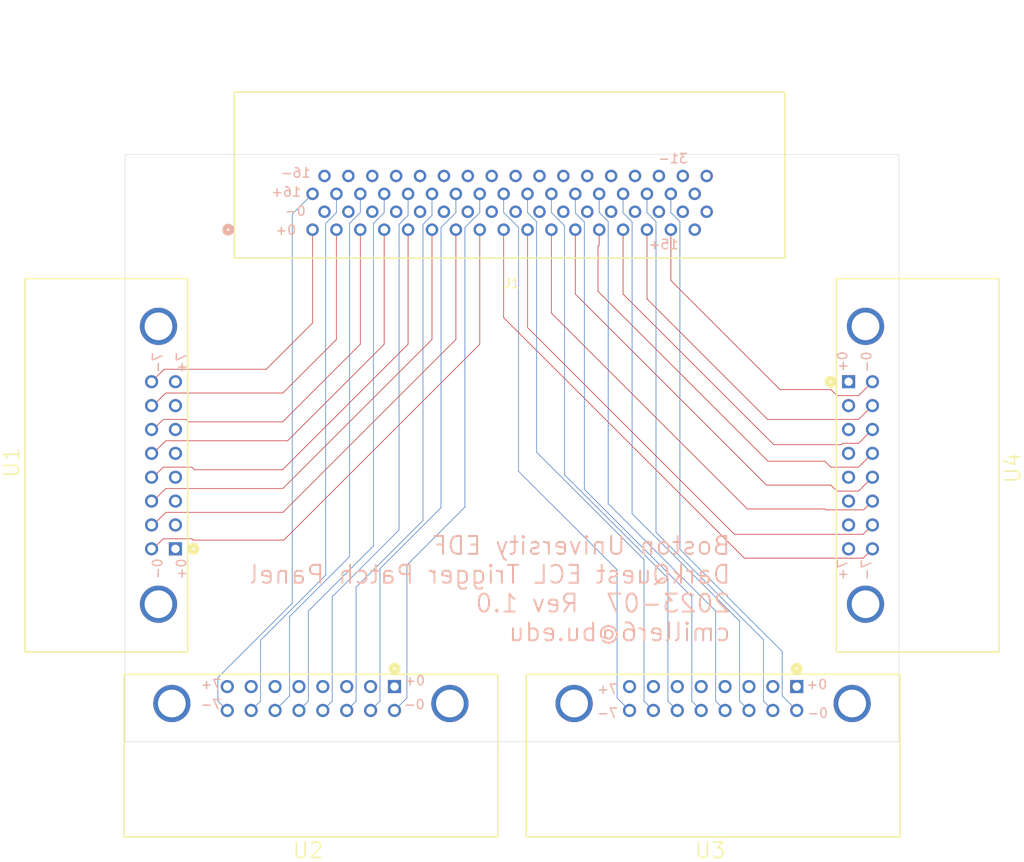
<source format=kicad_pcb>
(kicad_pcb (version 20221018) (generator pcbnew)
  (title_block (title "DarkQuest Discriminator-Trigger Patch Panel"))
  (layers (0 "F.Cu" signal) (1 "In1.Cu" signal) (2 "In2.Cu" signal) (31 "B.Cu" signal) (34 "B.Paste" user) (35 "F.Paste" user) (36 "B.SilkS" user "B.Silkscreen") (37 "F.SilkS" user "F.Silkscreen") (38 "B.Mask" user) (39 "F.Mask" user) (44 "Edge.Cuts" user))
  (net 0 "")
  (net 1 "/6-")
  (net 2 "/5-")
  (net 3 "/5+")
  (net 4 "/4-")
  (net 5 "/4+")
  (net 6 "/3-")
  (net 7 "/3+")
  (net 8 "/2-")
  (net 9 "/2+")
  (net 10 "/1-")
  (net 11 "/0-")
  (net 12 "/0+")
  (net 13 "/8+")
  (net 14 "/8-")
  (net 15 "/9+")
  (net 16 "/9-")
  (net 17 "/10+")
  (net 18 "/10-")
  (net 19 "/11+")
  (net 20 "/11-")
  (net 21 "/12+")
  (net 22 "/12-")
  (net 23 "/13+")
  (net 24 "/13-")
  (net 25 "/14+")
  (net 26 "/14-")
  (net 27 "/15+")
  (net 28 "/15-")
  (net 29 "/16+")
  (net 30 "/16-")
  (net 31 "/17+")
  (net 32 "/17-")
  (net 33 "/18+")
  (net 34 "/18-")
  (net 35 "/19+")
  (net 36 "/19-")
  (net 37 "/20+")
  (net 38 "/20-")
  (net 39 "/21+")
  (net 40 "/21-")
  (net 41 "/22+")
  (net 42 "/22-")
  (net 43 "/23+")
  (net 44 "/23-")
  (net 45 "/24+")
  (net 46 "/24-")
  (net 47 "/25+")
  (net 48 "/25-")
  (net 49 "/26+")
  (net 50 "/26-")
  (net 51 "/27+")
  (net 52 "/27-")
  (net 53 "/28+")
  (net 54 "/28-")
  (net 55 "/29+")
  (net 56 "/29-")
  (net 57 "/30+")
  (net 58 "/30-")
  (net 59 "/31+")
  (net 60 "/31-")
  (net 63 "/7+")
  (net 64 "/1+")
  (net 65 "/7-")
  (net 68 "/6+")
  (footprint "Connector:3M_N3408-5202RB" (layer "F.Cu") (at 61.7474 83.6168 90)
    (fp_text reference "U1" (at -8.590475 -14.893645 90) (layer "F.SilkS") (effects (font (size 1.641016 1.641016))))
    (fp_text value "N3408-5202RB")
    (fp_text user "0-" (at -19.8954 0.635229 90) (layer "B.SilkS") (effects (font (size 1.000362 1.000362)) (justify mirror)))
    (fp_text user "7+" (at 2.032 3.17973 90) (layer "B.SilkS") (effects (font (size 1.001488 1.001488)) (justify mirror)))
    (fp_text user "7-" (at 2.032 0.635224 90) (layer "B.SilkS") (effects (font (size 1.000354 1.000354)) (justify mirror)))
    (fp_text user "0+" (at -19.921 3.18024 90) (layer "B.SilkS") (effects (font (size 1.001654 1.001654)) (justify mirror)))
    (fp_line (start -28.7528 -13.462) (end -28.7528 3.8354) (stroke (width 0.1524)) (layer "F.SilkS"))
    (fp_line (start -28.7528 3.8354) (end 10.9728 3.8354) (stroke (width 0.1524)) (layer "F.SilkS"))
    (fp_line (start 10.9728 -13.462) (end -28.7528 -13.462) (stroke (width 0.1524)) (layer "F.SilkS"))
    (fp_line (start 10.9728 3.8354) (end 10.9728 -13.462) (stroke (width 0.1524)) (layer "F.SilkS"))
    (fp_arc (start -18.161 4.445) (mid -17.78 4.064) (end -17.399 4.445) (stroke (width 0.508)) (layer "F.SilkS"))
    (fp_arc (start -17.399 4.445) (mid -17.78 4.826) (end -18.161 4.445) (stroke (width 0.508)) (layer "F.SilkS"))
    (pad "1" thru_hole rect (at -17.78 2.54 90) (size 1.397 1.397) (drill 0.889) (layers "*.Cu" "*.Mask") (net 65 "/7-"))
    (pad "2" thru_hole circle (at -17.78 0 90) (size 1.397 1.397) (drill 0.889) (layers "*.Cu" "*.Mask") (net 63 "/7+"))
    (pad "3" thru_hole circle (at -15.24 2.54 90) (size 1.397 1.397) (drill 0.889) (layers "*.Cu" "*.Mask") (net 1 "/6-"))
    (pad "4" thru_hole circle (at -15.24 0 90) (size 1.397 1.397) (drill 0.889) (layers "*.Cu" "*.Mask") (net 68 "/6+"))
    (pad "5" thru_hole circle (at -12.7 2.54 90) (size 1.397 1.397) (drill 0.889) (layers "*.Cu" "*.Mask") (net 2 "/5-"))
    (pad "6" thru_hole circle (at -12.7 0 90) (size 1.397 1.397) (drill 0.889) (layers "*.Cu" "*.Mask") (net 3 "/5+"))
    (pad "7" thru_hole circle (at -10.16 2.54 90) (size 1.397 1.397) (drill 0.889) (layers "*.Cu" "*.Mask") (net 4 "/4-"))
    (pad "8" thru_hole circle (at -10.16 0 90) (size 1.397 1.397) (drill 0.889) (layers "*.Cu" "*.Mask") (net 5 "/4+"))
    (pad "9" thru_hole circle (at -7.62 2.54 90) (size 1.397 1.397) (drill 0.889) (layers "*.Cu" "*.Mask") (net 6 "/3-"))
    (pad "10" thru_hole circle (at -7.62 0 90) (size 1.397 1.397) (drill 0.889) (layers "*.Cu" "*.Mask") (net 7 "/3+"))
    (pad "11" thru_hole circle (at -5.08 2.54 90) (size 1.397 1.397) (drill 0.889) (layers "*.Cu" "*.Mask") (net 8 "/2-"))
    (pad "12" thru_hole circle (at -5.08 0 90) (size 1.397 1.397) (drill 0.889) (layers "*.Cu" "*.Mask") (net 9 "/2+"))
    (pad "13" thru_hole circle (at -2.54 2.54 90) (size 1.397 1.397) (drill 0.889) (layers "*.Cu" "*.Mask") (net 10 "/1-"))
    (pad "14" thru_hole circle (at -2.54 0 90) (size 1.397 1.397) (drill 0.889) (layers "*.Cu" "*.Mask") (net 64 "/1+"))
    (pad "15" thru_hole circle (at 0 2.54 90) (size 1.397 1.397) (drill 0.889) (layers "*.Cu" "*.Mask") (net 11 "/0-"))
    (pad "16" thru_hole circle (at 0 0 90) (size 1.397 1.397) (drill 0.889) (layers "*.Cu" "*.Mask") (net 12 "/0+"))
    (pad "17" thru_hole circle (at -23.6728 0.7366 90) (size 3.9624 3.9624) (drill 2.9464) (layers "*.Cu" "*.Mask"))
    (pad "18" thru_hole circle (at 5.8928 0.7366 90) (size 3.9624 3.9624) (drill 2.9464) (layers "*.Cu" "*.Mask"))
  )
  (footprint "Connector:3M_N3408-5202RB" (layer "F.Cu") (at 112.5728 118.5926 180)
    (fp_text reference "U3" (at -8.590475 -14.893645 180) (layer "F.SilkS") (effects (font (size 1.641016 1.641016))))
    (fp_text value "N3408-5202RB")
    (fp_text user "7-" (at 2.3368 -0.2794 180) (layer "B.SilkS") (effects (font (size 1.000354 1.000354)) (justify mirror)))
    (fp_text user "7+" (at 2.3368 2.2606 180) (layer "B.SilkS") (effects (font (size 1.001488 1.001488)) (justify mirror)))
    (fp_text user "0-" (at -20.0152 -0.2794 180) (layer "B.SilkS") (effects (font (size 1.000362 1.000362)) (justify mirror)))
    (fp_text user "0+" (at -19.921 2.7686 180) (layer "B.SilkS") (effects (font (size 1.001654 1.001654)) (justify mirror)))
    (fp_line (start -28.7528 -13.462) (end -28.7528 3.8354) (stroke (width 0.1524)) (layer "F.SilkS"))
    (fp_line (start -28.7528 3.8354) (end 10.9728 3.8354) (stroke (width 0.1524)) (layer "F.SilkS"))
    (fp_line (start 10.9728 -13.462) (end -28.7528 -13.462) (stroke (width 0.1524)) (layer "F.SilkS"))
    (fp_line (start 10.9728 3.8354) (end 10.9728 -13.462) (stroke (width 0.1524)) (layer "F.SilkS"))
    (fp_arc (start -18.161 4.445) (mid -17.78 4.064) (end -17.399 4.445) (stroke (width 0.508)) (layer "F.SilkS"))
    (fp_arc (start -17.399 4.445) (mid -17.78 4.826) (end -18.161 4.445) (stroke (width 0.508)) (layer "F.SilkS"))
    (pad "1" thru_hole rect (at -17.78 2.54 180) (size 1.397 1.397) (drill 0.889) (layers "*.Cu" "*.Mask") (net 60 "/31-"))
    (pad "2" thru_hole circle (at -17.78 0 180) (size 1.397 1.397) (drill 0.889) (layers "*.Cu" "*.Mask") (net 59 "/31+"))
    (pad "3" thru_hole circle (at -15.24 2.54 180) (size 1.397 1.397) (drill 0.889) (layers "*.Cu" "*.Mask") (net 58 "/30-"))
    (pad "4" thru_hole circle (at -15.24 0 180) (size 1.397 1.397) (drill 0.889) (layers "*.Cu" "*.Mask") (net 57 "/30+"))
    (pad "5" thru_hole circle (at -12.7 2.54 180) (size 1.397 1.397) (drill 0.889) (layers "*.Cu" "*.Mask") (net 56 "/29-"))
    (pad "6" thru_hole circle (at -12.7 0 180) (size 1.397 1.397) (drill 0.889) (layers "*.Cu" "*.Mask") (net 55 "/29+"))
    (pad "7" thru_hole circle (at -10.16 2.54 180) (size 1.397 1.397) (drill 0.889) (layers "*.Cu" "*.Mask") (net 54 "/28-"))
    (pad "8" thru_hole circle (at -10.16 0 180) (size 1.397 1.397) (drill 0.889) (layers "*.Cu" "*.Mask") (net 53 "/28+"))
    (pad "9" thru_hole circle (at -7.62 2.54 180) (size 1.397 1.397) (drill 0.889) (layers "*.Cu" "*.Mask") (net 52 "/27-"))
    (pad "10" thru_hole circle (at -7.62 0 180) (size 1.397 1.397) (drill 0.889) (layers "*.Cu" "*.Mask") (net 51 "/27+"))
    (pad "11" thru_hole circle (at -5.08 2.54 180) (size 1.397 1.397) (drill 0.889) (layers "*.Cu" "*.Mask") (net 50 "/26-"))
    (pad "12" thru_hole circle (at -5.08 0 180) (size 1.397 1.397) (drill 0.889) (layers "*.Cu" "*.Mask") (net 49 "/26+"))
    (pad "13" thru_hole circle (at -2.54 2.54 180) (size 1.397 1.397) (drill 0.889) (layers "*.Cu" "*.Mask") (net 48 "/25-"))
    (pad "14" thru_hole circle (at -2.54 0 180) (size 1.397 1.397) (drill 0.889) (layers "*.Cu" "*.Mask") (net 47 "/25+"))
    (pad "15" thru_hole circle (at 0 2.54 180) (size 1.397 1.397) (drill 0.889) (layers "*.Cu" "*.Mask") (net 46 "/24-"))
    (pad "16" thru_hole circle (at 0 0 180) (size 1.397 1.397) (drill 0.889) (layers "*.Cu" "*.Mask") (net 45 "/24+"))
    (pad "17" thru_hole circle (at -23.6728 0.7366 180) (size 3.9624 3.9624) (drill 2.9464) (layers "*.Cu" "*.Mask"))
    (pad "18" thru_hole circle (at 5.8928 0.7366 180) (size 3.9624 3.9624) (drill 2.9464) (layers "*.Cu" "*.Mask"))
  )
  (footprint "Connector:3M_N3408-5202RB" (layer "F.Cu") (at 138.4046 101.3968 -90)
    (fp_text reference "U4" (at -8.590475 -14.893645 90) (layer "F.SilkS") (effects (font (size 1.641016 1.641016))))
    (fp_text value "N3408-5202RB")
    (fp_text user "7+" (at 2.2352 3.17973 -270) (layer "B.SilkS") (effects (font (size 1.001488 1.001488)) (justify mirror)))
    (fp_text user "0+" (at -19.921 3.18024 -270) (layer "B.SilkS") (effects (font (size 1.001654 1.001654)) (justify mirror)))
    (fp_text user "0-" (at -19.8954 0.635229 -270) (layer "B.SilkS") (effects (font (size 1.000362 1.000362)) (justify mirror)))
    (fp_text user "7-" (at 2.2352 0.635224 -270) (layer "B.SilkS") (effects (font (size 1.000354 1.000354)) (justify mirror)))
    (fp_line (start -28.7528 -13.462) (end -28.7528 3.8354) (stroke (width 0.1524)) (layer "F.SilkS"))
    (fp_line (start -28.7528 3.8354) (end 10.9728 3.8354) (stroke (width 0.1524)) (layer "F.SilkS"))
    (fp_line (start 10.9728 -13.462) (end -28.7528 -13.462) (stroke (width 0.1524)) (layer "F.SilkS"))
    (fp_line (start 10.9728 3.8354) (end 10.9728 -13.462) (stroke (width 0.1524)) (layer "F.SilkS"))
    (fp_arc (start -18.161 4.445) (mid -17.78 4.064) (end -17.399 4.445) (stroke (width 0.508)) (layer "F.SilkS"))
    (fp_arc (start -17.399 4.445) (mid -17.78 4.826) (end -18.161 4.445) (stroke (width 0.508)) (layer "F.SilkS"))
    (pad "1" thru_hole rect (at -17.78 2.54 270) (size 1.397 1.397) (drill 0.889) (layers "*.Cu" "*.Mask") (net 28 "/15-"))
    (pad "2" thru_hole circle (at -17.78 0 270) (size 1.397 1.397) (drill 0.889) (layers "*.Cu" "*.Mask") (net 27 "/15+"))
    (pad "3" thru_hole circle (at -15.24 2.54 270) (size 1.397 1.397) (drill 0.889) (layers "*.Cu" "*.Mask") (net 26 "/14-"))
    (pad "4" thru_hole circle (at -15.24 0 270) (size 1.397 1.397) (drill 0.889) (layers "*.Cu" "*.Mask") (net 25 "/14+"))
    (pad "5" thru_hole circle (at -12.7 2.54 270) (size 1.397 1.397) (drill 0.889) (layers "*.Cu" "*.Mask") (net 24 "/13-"))
    (pad "6" thru_hole circle (at -12.7 0 270) (size 1.397 1.397) (drill 0.889) (layers "*.Cu" "*.Mask") (net 23 "/13+"))
    (pad "7" thru_hole circle (at -10.16 2.54 270) (size 1.397 1.397) (drill 0.889) (layers "*.Cu" "*.Mask") (net 22 "/12-"))
    (pad "8" thru_hole circle (at -10.16 0 270) (size 1.397 1.397) (drill 0.889) (layers "*.Cu" "*.Mask") (net 21 "/12+"))
    (pad "9" thru_hole circle (at -7.62 2.54 270) (size 1.397 1.397) (drill 0.889) (layers "*.Cu" "*.Mask") (net 20 "/11-"))
    (pad "10" thru_hole circle (at -7.62 0 270) (size 1.397 1.397) (drill 0.889) (layers "*.Cu" "*.Mask") (net 19 "/11+"))
    (pad "11" thru_hole circle (at -5.08 2.54 270) (size 1.397 1.397) (drill 0.889) (layers "*.Cu" "*.Mask") (net 18 "/10-"))
    (pad "12" thru_hole circle (at -5.08 0 270) (size 1.397 1.397) (drill 0.889) (layers "*.Cu" "*.Mask") (net 17 "/10+"))
    (pad "13" thru_hole circle (at -2.54 2.54 270) (size 1.397 1.397) (drill 0.889) (layers "*.Cu" "*.Mask") (net 16 "/9-"))
    (pad "14" thru_hole circle (at -2.54 0 270) (size 1.397 1.397) (drill 0.889) (layers "*.Cu" "*.Mask") (net 15 "/9+"))
    (pad "15" thru_hole circle (at 0 2.54 270) (size 1.397 1.397) (drill 0.889) (layers "*.Cu" "*.Mask") (net 14 "/8-"))
    (pad "16" thru_hole circle (at 0 0 270) (size 1.397 1.397) (drill 0.889) (layers "*.Cu" "*.Mask") (net 13 "/8+"))
    (pad "17" thru_hole circle (at -23.6728 0.7366 270) (size 3.9624 3.9624) (drill 2.9464) (layers "*.Cu" "*.Mask"))
    (pad "18" thru_hole circle (at 5.8928 0.7366 270) (size 3.9624 3.9624) (drill 2.9464) (layers "*.Cu" "*.Mask"))
  )
  (footprint "Connector:CONN_P50E-068P1-SR1-EA_3MM" (layer "F.Cu") (at 78.867 67.437)
    (fp_text reference "J1" (at 21.209 5.715 unlocked) (layer "F.SilkS"))
    (fp_text value "P50E-068P1-SR1-EA")
    (fp_circle (center -8.961996 0) (end -8.580996 0) (stroke (width 0.508)) (fill none) (layer "B.SilkS"))
    (fp_line (start -8.326983 -14.632) (end -8.326983 3.021) (stroke (width 0.1524)) (layer "F.SilkS"))
    (fp_line (start -8.326983 3.021) (end 50.236983 3.021) (stroke (width 0.1524)) (layer "F.SilkS"))
    (fp_line (start 50.236983 -14.632) (end -8.326983 -14.632) (stroke (width 0.1524)) (layer "F.SilkS"))
    (fp_line (start 50.236983 3.021) (end 50.236983 -14.632) (stroke (width 0.1524)) (layer "F.SilkS"))
    (fp_circle (center -8.961996 0) (end -8.580996 0) (stroke (width 0.508)) (fill none) (layer "F.SilkS"))
    (pad "" np_thru_hole circle (at -5.715 -1.905) (size 2.3114 2.3114) (drill 2.3114) (layers "F&B.Cu" "*.Mask"))
    (pad "" np_thru_hole circle (at 47.625 -1.905) (size 2.3114 2.3114) (drill 2.3114) (layers "*.Cu" "*.Mask"))
    (pad "1" thru_hole circle (at 0 0) (size 1.3208 1.3208) (drill 0.8128) (layers "*.Cu" "*.Mask") (net 12 "/0+"))
    (pad "2" thru_hole circle (at 0 -3.81) (size 1.3208 1.3208) (drill 0.8128) (layers "*.Cu" "*.Mask") (net 29 "/16+"))
    (pad "3" thru_hole circle (at 1.27 -1.905) (size 1.3208 1.3208) (drill 0.8128) (layers "*.Cu" "*.Mask") (net 11 "/0-"))
    (pad "4" thru_hole circle (at 1.27 -5.715) (size 1.3208 1.3208) (drill 0.8128) (layers "*.Cu" "*.Mask") (net 30 "/16-"))
    (pad "5" thru_hole circle (at 2.54 0) (size 1.3208 1.3208) (drill 0.8128) (layers "*.Cu" "*.Mask") (net 64 "/1+"))
    (pad "6" thru_hole circle (at 2.54 -3.81) (size 1.3208 1.3208) (drill 0.8128) (layers "*.Cu" "*.Mask") (net 31 "/17+"))
    (pad "7" thru_hole circle (at 3.81 -1.905) (size 1.3208 1.3208) (drill 0.8128) (layers "*.Cu" "*.Mask") (net 10 "/1-"))
    (pad "8" thru_hole circle (at 3.81 -5.715) (size 1.3208 1.3208) (drill 0.8128) (layers "*.Cu" "*.Mask") (net 32 "/17-"))
    (pad "9" thru_hole circle (at 5.08 0) (size 1.3208 1.3208) (drill 0.8128) (layers "*.Cu" "*.Mask") (net 9 "/2+"))
    (pad "10" thru_hole circle (at 5.08 -3.81) (size 1.3208 1.3208) (drill 0.8128) (layers "*.Cu" "*.Mask") (net 33 "/18+"))
    (pad "11" thru_hole circle (at 6.35 -1.905) (size 1.3208 1.3208) (drill 0.8128) (layers "*.Cu" "*.Mask") (net 8 "/2-"))
    (pad "12" thru_hole circle (at 6.35 -5.715) (size 1.3208 1.3208) (drill 0.8128) (layers "*.Cu" "*.Mask") (net 34 "/18-"))
    (pad "13" thru_hole circle (at 7.62 0) (size 1.3208 1.3208) (drill 0.8128) (layers "*.Cu" "*.Mask") (net 7 "/3+"))
    (pad "14" thru_hole circle (at 7.62 -3.81) (size 1.3208 1.3208) (drill 0.8128) (layers "*.Cu" "*.Mask") (net 35 "/19+"))
    (pad "15" thru_hole circle (at 8.89 -1.905) (size 1.3208 1.3208) (drill 0.8128) (layers "*.Cu" "*.Mask") (net 6 "/3-"))
    (pad "16" thru_hole circle (at 8.89 -5.715) (size 1.3208 1.3208) (drill 0.8128) (layers "*.Cu" "*.Mask") (net 36 "/19-"))
    (pad "17" thru_hole circle (at 10.16 0) (size 1.3208 1.3208) (drill 0.8128) (layers "*.Cu" "*.Mask") (net 5 "/4+"))
    (pad "18" thru_hole circle (at 10.16 -3.81) (size 1.3208 1.3208) (drill 0.8128) (layers "*.Cu" "*.Mask") (net 37 "/20+"))
    (pad "19" thru_hole circle (at 11.43 -1.905) (size 1.3208 1.3208) (drill 0.8128) (layers "*.Cu" "*.Mask") (net 4 "/4-"))
    (pad "20" thru_hole circle (at 11.43 -5.715) (size 1.3208 1.3208) (drill 0.8128) (layers "*.Cu" "*.Mask") (net 38 "/20-"))
    (pad "21" thru_hole circle (at 12.7 0) (size 1.3208 1.3208) (drill 0.8128) (layers "*.Cu" "*.Mask") (net 3 "/5+"))
    (pad "22" thru_hole circle (at 12.7 -3.81) (size 1.3208 1.3208) (drill 0.8128) (layers "*.Cu" "*.Mask") (net 39 "/21+"))
    (pad "23" thru_hole circle (at 13.97 -1.905) (size 1.3208 1.3208) (drill 0.8128) (layers "*.Cu" "*.Mask") (net 2 "/5-"))
    (pad "24" thru_hole circle (at 13.97 -5.715) (size 1.3208 1.3208) (drill 0.8128) (layers "*.Cu" "*.Mask") (net 40 "/21-"))
    (pad "25" thru_hole circle (at 15.24 0) (size 1.3208 1.3208) (drill 0.8128) (layers "*.Cu" "*.Mask") (net 68 "/6+"))
    (pad "26" thru_hole circle (at 15.24 -3.81) (size 1.3208 1.3208) (drill 0.8128) (layers "*.Cu" "*.Mask") (net 41 "/22+"))
    (pad "27" thru_hole circle (at 16.51 -1.905) (size 1.3208 1.3208) (drill 0.8128) (layers "*.Cu" "*.Mask") (net 1 "/6-"))
    (pad "28" thru_hole circle (at 16.51 -5.715) (size 1.3208 1.3208) (drill 0.8128) (layers "*.Cu" "*.Mask") (net 42 "/22-"))
    (pad "29" thru_hole circle (at 17.78 0) (size 1.3208 1.3208) (drill 0.8128) (layers "*.Cu" "*.Mask") (net 63 "/7+"))
    (pad "30" thru_hole circle (at 17.78 -3.81) (size 1.3208 1.3208) (drill 0.8128) (layers "*.Cu" "*.Mask") (net 43 "/23+"))
    (pad "31" thru_hole circle (at 19.05 -1.905) (size 1.3208 1.3208) (drill 0.8128) (layers "*.Cu" "*.Mask") (net 65 "/7-"))
    (pad "32" thru_hole circle (at 19.05 -5.715) (size 1.3208 1.3208) (drill 0.8128) (layers "*.Cu" "*.Mask") (net 44 "/23-"))
    (pad "33" thru_hole circle (at 20.32 0) (size 1.3208 1.3208) (drill 0.8128) (layers "*.Cu" "*.Mask") (net 13 "/8+"))
    (pad "34" thru_hole circle (at 20.32 -3.81) (size 1.3208 1.3208) (drill 0.8128) (layers "*.Cu" "*.Mask") (net 45 "/24+"))
    (pad "35" thru_hole circle (at 21.59 -1.905) (size 1.3208 1.3208) (drill 0.8128) (layers "*.Cu" "*.Mask") (net 14 "/8-"))
    (pad "36" thru_hole circle (at 21.59 -5.715) (size 1.3208 1.3208) (drill 0.8128) (layers "*.Cu" "*.Mask") (net 46 "/24-"))
    (pad "37" thru_hole circle (at 22.86 0) (size 1.3208 1.3208) (drill 0.8128) (layers "*.Cu" "*.Mask") (net 15 "/9+"))
    (pad "38" thru_hole circle (at 22.86 -3.81) (size 1.3208 1.3208) (drill 0.8128) (layers "*.Cu" "*.Mask") (net 47 "/25+"))
    (pad "39" thru_hole circle (at 24.13 -1.905) (size 1.3208 1.3208) (drill 0.8128) (layers "*.Cu" "*.Mask") (net 16 "/9-"))
    (pad "40" thru_hole circle (at 24.13 -5.715) (size 1.3208 1.3208) (drill 0.8128) (layers "*.Cu" "*.Mask") (net 48 "/25-"))
    (pad "41" thru_hole circle (at 25.4 0) (size 1.3208 1.3208) (drill 0.8128) (layers "*.Cu" "*.Mask") (net 17 "/10+"))
    (pad "42" thru_hole circle (at 25.4 -3.81) (size 1.3208 1.3208) (drill 0.8128) (layers "*.Cu" "*.Mask") (net 49 "/26+"))
    (pad "43" thru_hole circle (at 26.67 -1.905) (size 1.3208 1.3208) (drill 0.8128) (layers "*.Cu" "*.Mask") (net 18 "/10-"))
    (pad "44" thru_hole circle (at 26.67 -5.715) (size 1.3208 1.3208) (drill 0.8128) (layers "*.Cu" "*.Mask") (net 50 "/26-"))
    (pad "45" thru_hole circle (at 27.94 0) (size 1.3208 1.3208) (drill 0.8128) (layers "*.Cu" "*.Mask") (net 19 "/11+"))
    (pad "46" thru_hole circle (at 27.94 -3.81) (size 1.3208 1.3208) (drill 0.8128) (layers "*.Cu" "*.Mask") (net 51 "/27+"))
    (pad "47" thru_hole circle (at 29.21 -1.905) (size 1.3208 1.3208) (drill 0.8128) (layers "*.Cu" "*.Mask") (net 20 "/11-"))
    (pad "48" thru_hole circle (at 29.21 -5.715) (size 1.3208 1.3208) (drill 0.8128) (layers "*.Cu" "*.Mask") (net 52 "/27-"))
    (pad "49" thru_hole circle (at 30.48 0) (size 1.3208 1.3208) (drill 0.8128) (layers "*.Cu" "*.Mask") (net 21 "/12+"))
    (pad "50" thru_hole circle (at 30.48 -3.81) (size 1.3208 1.3208) (drill 0.8128) (layers "*.Cu" "*.Mask") (net 53 "/28+"))
    (pad "51" thru_hole circle (at 31.75 -1.905) (size 1.3208 1.3208) (drill 0.8128) (layers "*.Cu" "*.Mask") (net 22 "/12-"))
    (pad "52" thru_hole circle (at 31.75 -5.715) (size 1.3208 1.3208) (drill 0.8128) (layers "*.Cu" "*.Mask") (net 54 "/28-"))
    (pad "53" thru_hole circle (at 33.02 0) (size 1.3208 1.3208) (drill 0.8128) (layers "*.Cu" "*.Mask") (net 23 "/13+"))
    (pad "54" thru_hole circle (at 33.02 -3.81) (size 1.3208 1.3208) (drill 0.8128) (layers "*.Cu" "*.Mask") (net 55 "/29+"))
    (pad "55" thru_hole circle (at 34.29 -1.905) (size 1.3208 1.3208) (drill 0.8128) (layers "*.Cu" "*.Mask") (net 24 "/13-"))
    (pad "56" thru_hole circle (at 34.29 -5.715) (size 1.3208 1.3208) (drill 0.8128) (layers "*.Cu" "*.Mask") (net 56 "/29-"))
    (pad "57" thru_hole circle (at 35.56 0) (size 1.3208 1.3208) (drill 0.8128) (layers "*.Cu" "*.Mask") (net 25 "/14+"))
    (pad "58" thru_hole circle (at 35.56 -3.81) (size 1.3208 1.3208) (drill 0.8128) (layers "*.Cu" "*.Mask") (net 57 "/30+"))
    (pad "59" thru_hole circle (at 36.83 -1.905) (size 1.3208 1.3208) (drill 0.8128) (layers "*.Cu" "*.Mask") (net 26 "/14-"))
    (pad "60" thru_hole circle (at 36.83 -5.715) (size 1.3208 1.3208) (drill 0.8128) (layers "*.Cu" "*.Mask") (net 58 "/30-"))
    (pad "61" thru_hole circle (at 38.1 0) (size 1.3208 1.3208) (drill 0.8128) (layers "*.Cu" "*.Mask") (net 27 "/15+"))
    (pad "62" thru_hole circle (at 38.1 -3.81) (size 1.3208 1.3208) (drill 0.8128) (layers "*.Cu" "*.Mask") (net 59 "/31+"))
    (pad "63" thru_hole circle (at 39.37 -1.905) (size 1.3208 1.3208) (drill 0.8128) (layers "*.Cu" "*.Mask") (net 28 "/15-"))
    (pad "64" thru_hole circle (at 39.37 -5.715) (size 1.3208 1.3208) (drill 0.8128) (layers "*.Cu" "*.Mask") (net 60 "/31-"))
    (pad "65" thru_hole circle (at 40.64 0) (size 1.3208 1.3208) (drill 0.8128) (layers "*.Cu" "*.Mask"))
    (pad "66" thru_hole circle (at 40.64 -3.81) (size 1.3208 1.3208) (drill 0.8128) (layers "*.Cu" "*.Mask"))
    (pad "67" thru_hole circle (at 41.91 -1.905) (size 1.3208 1.3208) (drill 0.8128) (layers "*.Cu" "*.Mask"))
    (pad "68" thru_hole circle (at 41.91 -5.715) (size 1.3208 1.3208) (drill 0.8128) (layers "*.Cu" "*.Mask"))
  )
  (footprint "Connector:3M_N3408-5202RB" (layer "F.Cu") (at 69.7992 118.5926 180)
    (fp_text reference "U2" (at -8.590475 -14.893645) (layer "F.SilkS") (effects (font (size 1.641016 1.641016))))
    (fp_text value "N3408-5202RB")
    (fp_text user "0-" (at -19.8954 0.635229) (layer "B.SilkS") (effects (font (size 1.000362 1.000362)) (justify mirror)))
    (fp_text user "0+" (at -19.921 3.18024) (layer "B.SilkS") (effects (font (size 1.001654 1.001654)) (justify mirror)))
    (fp_text user "7-" (at 1.7272 0.635224) (layer "B.SilkS") (effects (font (size 1.000354 1.000354)) (justify mirror)))
    (fp_text user "7+" (at 1.7272 2.7686) (layer "B.SilkS") (effects (font (size 1.001488 1.001488)) (justify mirror)))
    (fp_line (start -28.7528 -13.462) (end -28.7528 3.8354) (stroke (width 0.1524)) (layer "F.SilkS"))
    (fp_line (start -28.7528 3.8354) (end 10.9728 3.8354) (stroke (width 0.1524)) (layer "F.SilkS"))
    (fp_line (start 10.9728 -13.462) (end -28.7528 -13.462) (stroke (width 0.1524)) (layer "F.SilkS"))
    (fp_line (start 10.9728 3.8354) (end 10.9728 -13.462) (stroke (width 0.1524)) (layer "F.SilkS"))
    (fp_arc (start -18.161 4.445) (mid -17.78 4.064) (end -17.399 4.445) (stroke (width 0.508)) (layer "F.SilkS"))
    (fp_arc (start -17.399 4.445) (mid -17.78 4.826) (end -18.161 4.445) (stroke (width 0.508)) (layer "F.SilkS"))
    (pad "1" thru_hole rect (at -17.78 2.54 180) (size 1.397 1.397) (drill 0.889) (layers "*.Cu" "*.Mask") (net 44 "/23-"))
    (pad "2" thru_hole circle (at -17.78 0 180) (size 1.397 1.397) (drill 0.889) (layers "*.Cu" "*.Mask") (net 43 "/23+"))
    (pad "3" thru_hole circle (at -15.24 2.54 180) (size 1.397 1.397) (drill 0.889) (layers "*.Cu" "*.Mask") (net 42 "/22-"))
    (pad "4" thru_hole circle (at -15.24 0 180) (size 1.397 1.397) (drill 0.889) (layers "*.Cu" "*.Mask") (net 41 "/22+"))
    (pad "5" thru_hole circle (at -12.7 2.54 180) (size 1.397 1.397) (drill 0.889) (layers "*.Cu" "*.Mask") (net 40 "/21-"))
    (pad "6" thru_hole circle (at -12.7 0 180) (size 1.397 1.397) (drill 0.889) (layers "*.Cu" "*.Mask") (net 39 "/21+"))
    (pad "7" thru_hole circle (at -10.16 2.54 180) (size 1.397 1.397) (drill 0.889) (layers "*.Cu" "*.Mask") (net 38 "/20-"))
    (pad "8" thru_hole circle (at -10.16 0 180) (size 1.397 1.397) (drill 0.889) (layers "*.Cu" "*.Mask") (net 37 "/20+"))
    (pad "9" thru_hole circle (at -7.62 2.54 180) (size 1.397 1.397) (drill 0.889) (layers "*.Cu" "*.Mask") (net 36 "/19-"))
    (pad "10" thru_hole circle (at -7.62 0 180) (size 1.397 1.397) (drill 0.889) (layers "*.Cu" "*.Mask") (net 35 "/19+"))
    (pad "11" thru_hole circle (at -5.08 2.54 180) (size 1.397 1.397) (drill 0.889) (layers "*.Cu" "*.Mask") (net 34 "/18-"))
    (pad "12" thru_hole circle (at -5.08 0 180) (size 1.397 1.397) (drill 0.889) (layers "*.Cu" "*.Mask") (net 33 "/18+"))
    (pad "13" thru_hole circle (at -2.54 2.54 180) (size 1.397 1.397) (drill 0.889) (layers "*.Cu" "*.Mask") (net 32 "/17-"))
    (pad "14" thru_hole circle (at -2.54 0 180) (size 1.397 1.397) (drill 0.889) (layers "*.Cu" "*.Mask") (net 31 "/17+"))
    (pad "15" thru_hole circle (at 0 2.54 180) (size 1.397 1.397) (drill 0.889) (layers "*.Cu" "*.Mask") (net 30 "/16-"))
    (pad "16" thru_hole circle (at 0 0 180) (size 1.397 1.397) (drill 0.889) (layers "*.Cu" "*.Mask") (net 29 "/16+"))
    (pad "17" thru_hole circle (at -23.6728 0.7366 180) (size 3.9624 3.9624) (drill 2.9464) (layers "*.Cu" "*.Mask"))
    (pad "18" thru_hole circle (at 5.8928 0.7366 180) (size 3.9624 3.9624) (drill 2.9464) (layers "*.Cu" "*.Mask"))
  )
  (gr_line (start 58.928 121.92) (end 58.928 59.436) (stroke (width 0.05)) (layer "Edge.Cuts"))
  (gr_line (start 141.224 121.92) (end 58.928 121.92) (stroke (width 0.05)) (layer "Edge.Cuts"))
  (gr_line (start 58.928 59.436) (end 141.224 59.436) (stroke (width 0.05)) (layer "Edge.Cuts"))
  (gr_line (start 141.224 59.436) (end 141.224 121.92) (stroke (width 0.05)) (layer "Edge.Cuts"))
  (gr_text "15+" (at 117.856 69.596) (layer "B.SilkS") (effects (font (size 1 1)) (justify left bottom mirror)))
  (gr_text "16-" (at 78.74 61.976) (layer "B.SilkS") (effects (font (size 1 1)) (justify left bottom mirror)))
  (gr_text "0+" (at 77.216 68.072) (layer "B.SilkS") (effects (font (size 1 1)) (justify left bottom mirror)))
  (gr_text "31-" (at 118.872 60.452) (layer "B.SilkS") (effects (font (size 1 1)) (justify left bottom mirror)))
  (gr_text "0-" (at 78.232 66.04) (layer "B.SilkS") (effects (font (size 1 1)) (justify left bottom mirror)))
  (gr_text "Boston University EDF\nDarkQuest ECL Trigger Patch Panel\n2023-07  Rev 1.0\ncmiller6@bu.edu" (at 123.444 105.664) (layer "B.SilkS") (effects (font (size 1.905 1.905) (thickness 0.2032)) (justify left mirror)))
  (gr_text "16+" (at 77.724 64.008) (layer "B.SilkS") (effects (font (size 1 1)) (justify left bottom mirror)))
  (segment (start 91.567 79.121) (end 91.567 67.437) (width 0.06858) (layer "F.Cu") (net 3))
  (segment (start 61.71325 96.52) (end 63.25475 94.9785) (width 0.06858) (layer "F.Cu") (net 3))
  (segment (start 75.7095 94.9785) (end 91.567 79.121) (width 0.06858) (layer "F.Cu") (net 3))
  (segment (start 63.25475 94.9785) (end 75.7095 94.9785) (width 0.06858) (layer "F.Cu") (net 3))
  (segment (start 66.04 92.71) (end 62.98325 92.71) (width 0.06858) (layer "F.Cu") (net 5))
  (segment (start 75.6745 92.9815) (end 66.3115 92.9815) (width 0.06858) (layer "F.Cu") (net 5))
  (segment (start 62.98325 92.71) (end 61.71325 93.98) (width 0.06858) (layer "F.Cu") (net 5))
  (segment (start 89.027 67.437) (end 89.027 79.629) (width 0.06858) (layer "F.Cu") (net 5))
  (segment (start 66.3115 92.9815) (end 66.04 92.71) (width 0.06858) (layer "F.Cu") (net 5))
  (segment (start 89.027 79.629) (end 75.6745 92.9815) (width 0.06858) (layer "F.Cu") (net 5))
  (segment (start 63.25475 89.8985) (end 61.71325 91.44) (width 0.06858) (layer "F.Cu") (net 7))
  (segment (start 86.487 67.437) (end 86.487 79.629) (width 0.06858) (layer "F.Cu") (net 7))
  (segment (start 86.487 79.629) (end 76.2175 89.8985) (width 0.06858) (layer "F.Cu") (net 7))
  (segment (start 76.2175 89.8985) (end 63.25475 89.8985) (width 0.06858) (layer "F.Cu") (net 7))
  (segment (start 65.659 87.884) (end 65.405 87.63) (width 0.06858) (layer "F.Cu") (net 9))
  (segment (start 75.692 87.884) (end 65.659 87.884) (width 0.06858) (layer "F.Cu") (net 9))
  (segment (start 83.947 79.629) (end 75.692 87.884) (width 0.06858) (layer "F.Cu") (net 9))
  (segment (start 83.947 67.437) (end 83.947 79.629) (width 0.06858) (layer "F.Cu") (net 9))
  (segment (start 65.405 87.63) (end 62.98325 87.63) (width 0.06858) (layer "F.Cu") (net 9))
  (segment (start 62.98325 87.63) (end 61.71325 88.9) (width 0.06858) (layer "F.Cu") (net 9))
  (segment (start 73.9394 82.296) (end 78.867 77.3684) (width 0.06858) (layer "F.Cu") (net 12))
  (segment (start 61.7474 83.6168) (end 63.0682 82.296) (width 0.06858) (layer "F.Cu") (net 12))
  (segment (start 78.867 77.3684) (end 78.867 67.437) (width 0.06858) (layer "F.Cu") (net 12))
  (segment (start 63.0682 82.296) (end 73.9394 82.296) (width 0.06858) (layer "F.Cu") (net 12))
  (segment (start 99.187 76.799293) (end 99.187 67.437) (width 0.06858) (layer "F.Cu") (net 13))
  (segment (start 137.4061 102.3953) (end 124.783007 102.3953) (width 0.06858) (layer "F.Cu") (net 13))
  (segment (start 138.4046 101.3968) (end 137.4061 102.3953) (width 0.06858) (layer "F.Cu") (net 13))
  (segment (start 124.783007 102.3953) (end 99.187 76.799293) (width 0.06858) (layer "F.Cu") (net 13))
  (segment (start 101.727 77.851) (end 101.727 67.437) (width 0.06858) (layer "F.Cu") (net 15))
  (segment (start 123.7313 99.8553) (end 101.727 77.851) (width 0.06858) (layer "F.Cu") (net 15))
  (segment (start 138.4046 98.8568) (end 137.4061 99.8553) (width 0.06858) (layer "F.Cu") (net 15))
  (segment (start 137.4061 99.8553) (end 123.7313 99.8553) (width 0.06858) (layer "F.Cu") (net 15))
  (segment (start 133.35 97.155) (end 125.095 97.155) (width 0.06858) (layer "F.Cu") (net 17))
  (segment (start 125.095 97.155) (end 104.267 76.327) (width 0.06858) (layer "F.Cu") (net 17))
  (segment (start 133.44459 97.24959) (end 133.35 97.155) (width 0.06858) (layer "F.Cu") (net 17))
  (segment (start 104.267 76.327) (end 104.267 67.437) (width 0.06858) (layer "F.Cu") (net 17))
  (segment (start 138.4046 96.3168) (end 137.47181 97.24959) (width 0.06858) (layer "F.Cu") (net 17))
  (segment (start 137.47181 97.24959) (end 133.44459 97.24959) (width 0.06858) (layer "F.Cu") (net 17))
  (segment (start 138.4046 93.7768) (end 136.9314 95.25) (width 0.06858) (layer "F.Cu") (net 19))
  (segment (start 106.807 74.295) (end 106.807 67.437) (width 0.06858) (layer "F.Cu") (net 19))
  (segment (start 136.9314 95.25) (end 134.62 95.25) (width 0.06858) (layer "F.Cu") (net 19))
  (segment (start 133.985 94.615) (end 127.127 94.615) (width 0.06858) (layer "F.Cu") (net 19))
  (segment (start 127.127 94.615) (end 127.0635 94.5515) (width 0.06858) (layer "F.Cu") (net 19))
  (segment (start 134.62 95.25) (end 133.985 94.615) (width 0.06858) (layer "F.Cu") (net 19))
  (segment (start 127.0635 94.5515) (end 106.807 74.295) (width 0.06858) (layer "F.Cu") (net 19))
  (segment (start 109.347 69.088) (end 109.347 67.437) (width 0.06858) (layer "F.Cu") (net 21))
  (segment (start 109.22 69.215) (end 109.347 69.088) (width 0.06858) (layer "F.Cu") (net 21))
  (segment (start 127.2984 92.075) (end 109.22 73.9966) (width 0.06858) (layer "F.Cu") (net 21))
  (segment (start 133.985 92.71) (end 133.35 92.075) (width 0.06858) (layer "F.Cu") (net 21))
  (segment (start 109.22 73.9966) (end 109.22 69.215) (width 0.06858) (layer "F.Cu") (net 21))
  (segment (start 133.35 92.075) (end 127.2984 92.075) (width 0.06858) (layer "F.Cu") (net 21))
  (segment (start 138.4046 91.2368) (end 136.9314 92.71) (width 0.06858) (layer "F.Cu") (net 21))
  (segment (start 136.9314 92.71) (end 133.985 92.71) (width 0.06858) (layer "F.Cu") (net 21))
  (segment (start 111.887 74.295) (end 111.887 67.437) (width 0.06858) (layer "F.Cu") (net 23))
  (segment (start 127.9049 90.3129) (end 111.887 74.295) (width 0.06858) (layer "F.Cu") (net 23))
  (segment (start 135.255 90.17) (end 136.9314 90.17) (width 0.06858) (layer "F.Cu") (net 23))
  (segment (start 136.9314 90.17) (end 138.4046 88.6968) (width 0.06858) (layer "F.Cu") (net 23))
  (segment (start 135.1121 90.3129) (end 135.255 90.17) (width 0.06858) (layer "F.Cu") (net 23))
  (segment (start 127.9049 90.3129) (end 135.1121 90.3129) (width 0.06858) (layer "F.Cu") (net 23))
  (segment (start 127.254 87.63) (end 127.127 87.503) (width 0.06858) (layer "F.Cu") (net 25))
  (segment (start 114.427 74.803) (end 114.427 67.437) (width 0.06858) (layer "F.Cu") (net 25))
  (segment (start 127.127 87.503) (end 114.427 74.803) (width 0.06858) (layer "F.Cu") (net 25))
  (segment (start 136.9314 87.63) (end 127.254 87.63) (width 0.06858) (layer "F.Cu") (net 25))
  (segment (start 138.4046 86.1568) (end 136.9314 87.63) (width 0.06858) (layer "F.Cu") (net 25))
  (segment (start 133.985 84.455) (end 128.5748 84.455) (width 0.06858) (layer "F.Cu") (net 27))
  (segment (start 134.62 85.09) (end 133.985 84.455) (width 0.06858) (layer "F.Cu") (net 27))
  (segment (start 138.4046 83.6168) (end 136.9314 85.09) (width 0.06858) (layer "F.Cu") (net 27))
  (segment (start 128.5748 84.455) (end 128.4224 84.3026) (width 0.06858) (layer "F.Cu") (net 27))
  (segment (start 136.9314 85.09) (end 134.62 85.09) (width 0.06858) (layer "F.Cu") (net 27))
  (segment (start 116.967 72.8472) (end 116.967 67.437) (width 0.06858) (layer "F.Cu") (net 27))
  (segment (start 128.4224 84.3026) (end 116.967 72.8472) (width 0.06858) (layer "F.Cu") (net 27))
  (segment (start 68.8007 117.5941) (end 68.8007 115.0953) (width 0.06858) (layer "B.Cu") (net 29))
  (segment (start 69.7992 118.5926) (end 68.8007 117.5941) (width 0.06858) (layer "B.Cu") (net 29))
  (segment (start 76.708 107.188) (end 76.708 65.786) (width 0.06858) (layer "B.Cu") (net 29))
  (segment (start 68.8007 115.0953) (end 76.708 107.188) (width 0.06858) (layer "B.Cu") (net 29))
  (segment (start 76.708 65.786) (end 78.867 63.627) (width 0.06858) (layer "B.Cu") (net 29))
  (segment (start 73.3377 117.5941) (end 73.3377 111.123986) (width 0.06858) (layer "B.Cu") (net 31))
  (segment (start 80.264 104.197686) (end 80.264 66.763211) (width 0.06858) (layer "B.Cu") (net 31))
  (segment (start 73.3377 111.123986) (end 80.264 104.197686) (width 0.06858) (layer "B.Cu") (net 31))
  (segment (start 81.407 65.620211) (end 81.407 63.627) (width 0.06858) (layer "B.Cu") (net 31))
  (segment (start 80.264 66.763211) (end 81.407 65.620211) (width 0.06858) (layer "B.Cu") (net 31))
  (segment (start 72.3392 118.5926) (end 73.3377 117.5941) (width 0.06858) (layer "B.Cu") (net 31))
  (segment (start 76.4207 108.606672) (end 82.804 102.223372) (width 0.06858) (layer "B.Cu") (net 33))
  (segment (start 82.804 102.223372) (end 82.804 66.763211) (width 0.06858) (layer "B.Cu") (net 33))
  (segment (start 82.804 66.763211) (end 83.947 65.620211) (width 0.06858) (layer "B.Cu") (net 33))
  (segment (start 83.947 65.620211) (end 83.947 63.627) (width 0.06858) (layer "B.Cu") (net 33))
  (segment (start 76.4207 117.0511) (end 76.4207 108.606672) (width 0.06858) (layer "B.Cu") (net 33))
  (segment (start 74.8792 118.5926) (end 76.4207 117.0511) (width 0.06858) (layer "B.Cu") (net 33))
  (segment (start 77.4192 118.5926) (end 78.4177 117.5941) (width 0.06858) (layer "B.Cu") (net 35))
  (segment (start 78.4177 108.0183) (end 85.344 101.092) (width 0.06858) (layer "B.Cu") (net 35))
  (segment (start 78.4177 117.5941) (end 78.4177 108.0183) (width 0.06858) (layer "B.Cu") (net 35))
  (segment (start 85.344 101.092) (end 85.344 66.763211) (width 0.06858) (layer "B.Cu") (net 35))
  (segment (start 85.344 66.763211) (end 86.487 65.620211) (width 0.06858) (layer "B.Cu") (net 35))
  (segment (start 86.487 65.620211) (end 86.487 63.627) (width 0.06858) (layer "B.Cu") (net 35))
  (segment (start 79.9592 118.5926) (end 80.9577 117.5941) (width 0.06858) (layer "B.Cu") (net 37))
  (segment (start 80.9577 106.4943) (end 88.0666 99.3854) (width 0.06858) (layer "B.Cu") (net 37))
  (segment (start 88.0666 66.8734) (end 89.027 65.913) (width 0.06858) (layer "B.Cu") (net 37))
  (segment (start 88.0666 99.3854) (end 88.0666 66.8734) (width 0.06858) (layer "B.Cu") (net 37))
  (segment (start 89.027 65.913) (end 89.027 63.627) (width 0.06858) (layer "B.Cu") (net 37))
  (segment (start 80.9577 117.5941) (end 80.9577 106.4943) (width 0.06858) (layer "B.Cu") (net 37))
  (segment (start 83.4977 117.5941) (end 83.4977 105.4783) (width 0.06858) (layer "B.Cu") (net 39))
  (segment (start 90.6066 66.8734) (end 91.567 65.913) (width 0.06858) (layer "B.Cu") (net 39))
  (segment (start 91.567 65.913) (end 91.567 63.627) (width 0.06858) (layer "B.Cu") (net 39))
  (segment (start 83.4977 105.4783) (end 90.6066 98.3694) (width 0.06858) (layer "B.Cu") (net 39))
  (segment (start 82.4992 118.5926) (end 83.4977 117.5941) (width 0.06858) (layer "B.Cu") (net 39))
  (segment (start 90.6066 98.3694) (end 90.6066 66.8734) (width 0.06858) (layer "B.Cu") (net 39))
  (segment (start 92.5274 67.199811) (end 94.107 65.620211) (width 0.06858) (layer "B.Cu") (net 41))
  (segment (start 85.0392 118.5926) (end 86.0377 117.5941) (width 0.06858) (layer "B.Cu") (net 41))
  (segment (start 86.0377 103.503986) (end 92.5274 97.014286) (width 0.06858) (layer "B.Cu") (net 41))
  (segment (start 92.5274 97.014286) (end 92.5274 67.199811) (width 0.06858) (layer "B.Cu") (net 41))
  (segment (start 94.107 65.620211) (end 94.107 63.627) (width 0.06858) (layer "B.Cu") (net 41))
  (segment (start 86.0377 117.5941) (end 86.0377 103.503986) (width 0.06858) (layer "B.Cu") (net 41))
  (segment (start 95.0674 96.9566) (end 95.0674 67.199811) (width 0.06858) (layer "B.Cu") (net 43))
  (segment (start 88.9 103.124) (end 95.0674 96.9566) (width 0.06858) (layer "B.Cu") (net 43))
  (segment (start 96.647 65.620211) (end 96.647 63.627) (width 0.06858) (layer "B.Cu") (net 43))
  (segment (start 95.0674 67.199811) (end 96.647 65.620211) (width 0.06858) (layer "B.Cu") (net 43))
  (segment (start 88.9 117.2718) (end 88.9 103.124) (width 0.06858) (layer "B.Cu") (net 43))
  (segment (start 87.5792 118.5926) (end 88.9 117.2718) (width 0.06858) (layer "B.Cu") (net 43))
  (segment (start 112.5728 118.5926) (end 111.252 117.2718) (width 0.06858) (layer "B.Cu") (net 45))
  (segment (start 99.187 65.620211) (end 99.187 63.627) (width 0.06858) (layer "B.Cu") (net 45))
  (segment (start 100.7666 93.1466) (end 100.7666 67.199811) (width 0.06858) (layer "B.Cu") (net 45))
  (segment (start 111.252 103.632) (end 100.7666 93.1466) (width 0.06858) (layer "B.Cu") (net 45))
  (segment (start 100.7666 67.199811) (end 99.187 65.620211) (width 0.06858) (layer "B.Cu") (net 45))
  (segment (start 111.252 117.2718) (end 111.252 103.632) (width 0.06858) (layer "B.Cu") (net 45))
  (segment (start 102.6874 66.580611) (end 101.727 65.620211) (width 0.06858) (layer "B.Cu") (net 47))
  (segment (start 115.1128 118.5926) (end 114.1143 117.5941) (width 0.06858) (layer "B.Cu") (net 47))
  (segment (start 102.6874 91.118772) (end 102.6874 66.580611) (width 0.06858) (layer "B.Cu") (net 47))
  (segment (start 114.1143 117.5941) (end 114.1143 102.545672) (width 0.06858) (layer "B.Cu") (net 47))
  (segment (start 101.727 65.620211) (end 101.727 63.627) (width 0.06858) (layer "B.Cu") (net 47))
  (segment (start 114.1143 102.545672) (end 102.6874 91.118772) (width 0.06858) (layer "B.Cu") (net 47))
  (segment (start 105.664 93.529686) (end 105.664 67.017211) (width 0.06858) (layer "B.Cu") (net 49))
  (segment (start 104.267 65.620211) (end 104.267 63.627) (width 0.06858) (layer "B.Cu") (net 49))
  (segment (start 117.6528 118.5926) (end 116.6543 117.5941) (width 0.06858) (layer "B.Cu") (net 49))
  (segment (start 105.664 67.017211) (end 104.267 65.620211) (width 0.06858) (layer "B.Cu") (net 49))
  (segment (start 116.6543 117.5941) (end 116.6543 104.519986) (width 0.06858) (layer "B.Cu") (net 49))
  (segment (start 116.6543 104.519986) (end 105.664 93.529686) (width 0.06858) (layer "B.Cu") (net 49))
  (segment (start 119.194653 106.494653) (end 107.7674 95.0674) (width 0.06858) (layer "B.Cu") (net 51))
  (segment (start 107.7674 66.6194) (end 106.807 65.659) (width 0.06858) (layer "B.Cu") (net 51))
  (segment (start 107.7674 95.0674) (end 107.7674 66.6194) (width 0.06858) (layer "B.Cu") (net 51))
  (segment (start 120.1928 118.5926) (end 119.194653 117.594453) (width 0.06858) (layer "B.Cu") (net 51))
  (segment (start 119.194653 117.594453) (end 119.194653 106.494653) (width 0.06858) (layer "B.Cu") (net 51))
  (segment (start 106.807 65.659) (end 106.807 63.627) (width 0.06858) (layer "B.Cu") (net 51))
  (segment (start 121.7343 117.5941) (end 121.7343 108.0183) (width 0.06858) (layer "B.Cu") (net 53))
  (segment (start 121.7343 108.0183) (end 110.3074 96.5914) (width 0.06858) (layer "B.Cu") (net 53))
  (segment (start 122.7328 118.5926) (end 121.7343 117.5941) (width 0.06858) (layer "B.Cu") (net 53))
  (segment (start 110.3074 66.580611) (end 109.347 65.620211) (width 0.06858) (layer "B.Cu") (net 53))
  (segment (start 110.3074 96.5914) (end 110.3074 66.580611) (width 0.06858) (layer "B.Cu") (net 53))
  (segment (start 109.347 65.620211) (end 109.347 63.627) (width 0.06858) (layer "B.Cu") (net 53))
  (segment (start 111.887 65.659) (end 111.887 63.627) (width 0.06858) (layer "B.Cu") (net 55))
  (segment (start 112.8474 97.665086) (end 112.8474 66.6194) (width 0.06858) (layer "B.Cu") (net 55))
  (segment (start 125.2728 118.5926) (end 124.274653 117.594453) (width 0.06858) (layer "B.Cu") (net 55))
  (segment (start 124.274653 109.092339) (end 112.8474 97.665086) (width 0.06858) (layer "B.Cu") (net 55))
  (segment (start 112.8474 66.6194) (end 111.887 65.659) (width 0.06858) (layer "B.Cu") (net 55))
  (segment (start 124.274653 117.594453) (end 124.274653 109.092339) (width 0.06858) (layer "B.Cu") (net 55))
  (segment (start 114.427 65.620211) (end 114.427 63.627) (width 0.06858) (layer "B.Cu") (net 57))
  (segment (start 126.8143 117.5941) (end 126.8143 111.0663) (width 0.06858) (layer "B.Cu") (net 57))
  (segment (start 126.8143 111.0663) (end 115.3874 99.6394) (width 0.06858) (layer "B.Cu") (net 57))
  (segment (start 115.3874 99.6394) (end 115.3874 66.580611) (width 0.06858) (layer "B.Cu") (net 57))
  (segment (start 127.8128 118.5926) (end 126.8143 117.5941) (width 0.06858) (layer "B.Cu") (net 57))
  (segment (start 115.3874 66.580611) (end 114.427 65.620211) (width 0.06858) (layer "B.Cu") (net 57))
  (segment (start 117.9274 66.580611) (end 116.967 65.620211) (width 0.06858) (layer "B.Cu") (net 59))
  (segment (start 116.967 65.620211) (end 116.967 63.627) (width 0.06858) (layer "B.Cu") (net 59))
  (segment (start 117.9274 101.443104) (end 117.9274 66.580611) (width 0.06858) (layer "B.Cu") (net 59))
  (segment (start 128.8113 112.327004) (end 117.9274 101.443104) (width 0.06858) (layer "B.Cu") (net 59))
  (segment (start 128.8113 117.0511) (end 128.8113 112.327004) (width 0.06858) (layer "B.Cu") (net 59))
  (segment (start 130.3528 118.5926) (end 128.8113 117.0511) (width 0.06858) (layer "B.Cu") (net 59))
  (segment (start 62.98325 100.33) (end 66.04 100.33) (width 0.06858) (layer "F.Cu") (net 63))
  (segment (start 61.71325 101.6) (end 62.98325 100.33) (width 0.06858) (layer "F.Cu") (net 63))
  (segment (start 96.647 79.629) (end 96.647 67.437) (width 0.06858) (layer "F.Cu") (net 63))
  (segment (start 75.8031 100.4729) (end 96.647 79.629) (width 0.06858) (layer "F.Cu") (net 63))
  (segment (start 66.1829 100.4729) (end 75.8031 100.4729) (width 0.06858) (layer "F.Cu") (net 63))
  (segment (start 66.04 100.33) (end 66.1829 100.4729) (width 0.06858) (layer "F.Cu") (net 63))
  (segment (start 61.71325 86.36) (end 63.25475 84.8185) (width 0.06858) (layer "F.Cu") (net 64))
  (segment (start 63.25475 84.8185) (end 75.7095 84.8185) (width 0.06858) (layer "F.Cu") (net 64))
  (segment (start 75.7095 84.8185) (end 81.407 79.121) (width 0.06858) (layer "F.Cu") (net 64))
  (segment (start 81.407 79.121) (end 81.407 67.437) (width 0.06858) (layer "F.Cu") (net 64))
  (segment (start 94.107 79.121) (end 94.107 67.437) (width 0.06858) (layer "F.Cu") (net 68))
  (segment (start 75.7095 97.5185) (end 94.107 79.121) (width 0.06858) (layer "F.Cu") (net 68))
  (segment (start 61.71325 99.06) (end 63.25475 97.5185) (width 0.06858) (layer "F.Cu") (net 68))
  (segment (start 63.25475 97.5185) (end 75.7095 97.5185) (width 0.06858) (layer "F.Cu") (net 68))
)
</source>
